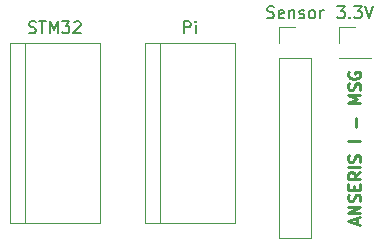
<source format=gbr>
%TF.GenerationSoftware,KiCad,Pcbnew,(5.1.6)-1*%
%TF.CreationDate,2020-08-25T13:52:19-04:00*%
%TF.ProjectId,PayloadPowerBoard,5061796c-6f61-4645-906f-776572426f61,rev?*%
%TF.SameCoordinates,Original*%
%TF.FileFunction,Legend,Top*%
%TF.FilePolarity,Positive*%
%FSLAX46Y46*%
G04 Gerber Fmt 4.6, Leading zero omitted, Abs format (unit mm)*
G04 Created by KiCad (PCBNEW (5.1.6)-1) date 2020-08-25 13:52:19*
%MOMM*%
%LPD*%
G01*
G04 APERTURE LIST*
%ADD10C,0.250000*%
%ADD11C,0.120000*%
%ADD12C,0.150000*%
G04 APERTURE END LIST*
D10*
X83986666Y-96622380D02*
X83986666Y-96146190D01*
X84272380Y-96717619D02*
X83272380Y-96384285D01*
X84272380Y-96050952D01*
X84272380Y-95717619D02*
X83272380Y-95717619D01*
X84272380Y-95146190D01*
X83272380Y-95146190D01*
X84224761Y-94717619D02*
X84272380Y-94574761D01*
X84272380Y-94336666D01*
X84224761Y-94241428D01*
X84177142Y-94193809D01*
X84081904Y-94146190D01*
X83986666Y-94146190D01*
X83891428Y-94193809D01*
X83843809Y-94241428D01*
X83796190Y-94336666D01*
X83748571Y-94527142D01*
X83700952Y-94622380D01*
X83653333Y-94670000D01*
X83558095Y-94717619D01*
X83462857Y-94717619D01*
X83367619Y-94670000D01*
X83320000Y-94622380D01*
X83272380Y-94527142D01*
X83272380Y-94289047D01*
X83320000Y-94146190D01*
X83748571Y-93717619D02*
X83748571Y-93384285D01*
X84272380Y-93241428D02*
X84272380Y-93717619D01*
X83272380Y-93717619D01*
X83272380Y-93241428D01*
X84272380Y-92241428D02*
X83796190Y-92574761D01*
X84272380Y-92812857D02*
X83272380Y-92812857D01*
X83272380Y-92431904D01*
X83320000Y-92336666D01*
X83367619Y-92289047D01*
X83462857Y-92241428D01*
X83605714Y-92241428D01*
X83700952Y-92289047D01*
X83748571Y-92336666D01*
X83796190Y-92431904D01*
X83796190Y-92812857D01*
X84272380Y-91812857D02*
X83272380Y-91812857D01*
X84224761Y-91384285D02*
X84272380Y-91241428D01*
X84272380Y-91003333D01*
X84224761Y-90908095D01*
X84177142Y-90860476D01*
X84081904Y-90812857D01*
X83986666Y-90812857D01*
X83891428Y-90860476D01*
X83843809Y-90908095D01*
X83796190Y-91003333D01*
X83748571Y-91193809D01*
X83700952Y-91289047D01*
X83653333Y-91336666D01*
X83558095Y-91384285D01*
X83462857Y-91384285D01*
X83367619Y-91336666D01*
X83320000Y-91289047D01*
X83272380Y-91193809D01*
X83272380Y-90955714D01*
X83320000Y-90812857D01*
X84272380Y-89622380D02*
X83272380Y-89622380D01*
X83891428Y-88384285D02*
X83891428Y-87622380D01*
X84272380Y-86384285D02*
X83272380Y-86384285D01*
X83986666Y-86050952D01*
X83272380Y-85717619D01*
X84272380Y-85717619D01*
X84224761Y-85289047D02*
X84272380Y-85146190D01*
X84272380Y-84908095D01*
X84224761Y-84812857D01*
X84177142Y-84765238D01*
X84081904Y-84717619D01*
X83986666Y-84717619D01*
X83891428Y-84765238D01*
X83843809Y-84812857D01*
X83796190Y-84908095D01*
X83748571Y-85098571D01*
X83700952Y-85193809D01*
X83653333Y-85241428D01*
X83558095Y-85289047D01*
X83462857Y-85289047D01*
X83367619Y-85241428D01*
X83320000Y-85193809D01*
X83272380Y-85098571D01*
X83272380Y-84860476D01*
X83320000Y-84717619D01*
X83320000Y-83765238D02*
X83272380Y-83860476D01*
X83272380Y-84003333D01*
X83320000Y-84146190D01*
X83415238Y-84241428D01*
X83510476Y-84289047D01*
X83700952Y-84336666D01*
X83843809Y-84336666D01*
X84034285Y-84289047D01*
X84129523Y-84241428D01*
X84224761Y-84146190D01*
X84272380Y-84003333D01*
X84272380Y-83908095D01*
X84224761Y-83765238D01*
X84177142Y-83717619D01*
X83843809Y-83717619D01*
X83843809Y-83908095D01*
D11*
%TO.C,Sensor*%
X77410000Y-79950000D02*
X78740000Y-79950000D01*
X77410000Y-81280000D02*
X77410000Y-79950000D01*
X77410000Y-82550000D02*
X80070000Y-82550000D01*
X80070000Y-82550000D02*
X80070000Y-97850000D01*
X77410000Y-82550000D02*
X77410000Y-97850000D01*
X77410000Y-97850000D02*
X80070000Y-97850000D01*
%TO.C,3.3V*%
X82490000Y-79950000D02*
X83820000Y-79950000D01*
X82490000Y-81280000D02*
X82490000Y-79950000D01*
X82490000Y-82550000D02*
X85150000Y-82550000D01*
X85150000Y-82550000D02*
X85150000Y-82610000D01*
X82490000Y-82550000D02*
X82490000Y-82610000D01*
X82490000Y-82610000D02*
X85150000Y-82610000D01*
%TO.C,STM32*%
X54610000Y-81280000D02*
X54610000Y-96520000D01*
X62230000Y-81280000D02*
X62230000Y-96520000D01*
X55880000Y-81280000D02*
X55880000Y-96520000D01*
X54610000Y-96520000D02*
X62230000Y-96520000D01*
X54610000Y-81280000D02*
X62230000Y-81280000D01*
%TO.C,Pi*%
X66040000Y-81280000D02*
X66040000Y-96520000D01*
X73660000Y-81280000D02*
X73660000Y-96520000D01*
X67310000Y-81280000D02*
X67310000Y-96520000D01*
X66040000Y-96520000D02*
X73660000Y-96520000D01*
X66040000Y-81280000D02*
X73660000Y-81280000D01*
%TO.C,Sensor*%
D12*
X76406666Y-79144761D02*
X76549523Y-79192380D01*
X76787619Y-79192380D01*
X76882857Y-79144761D01*
X76930476Y-79097142D01*
X76978095Y-79001904D01*
X76978095Y-78906666D01*
X76930476Y-78811428D01*
X76882857Y-78763809D01*
X76787619Y-78716190D01*
X76597142Y-78668571D01*
X76501904Y-78620952D01*
X76454285Y-78573333D01*
X76406666Y-78478095D01*
X76406666Y-78382857D01*
X76454285Y-78287619D01*
X76501904Y-78240000D01*
X76597142Y-78192380D01*
X76835238Y-78192380D01*
X76978095Y-78240000D01*
X77787619Y-79144761D02*
X77692380Y-79192380D01*
X77501904Y-79192380D01*
X77406666Y-79144761D01*
X77359047Y-79049523D01*
X77359047Y-78668571D01*
X77406666Y-78573333D01*
X77501904Y-78525714D01*
X77692380Y-78525714D01*
X77787619Y-78573333D01*
X77835238Y-78668571D01*
X77835238Y-78763809D01*
X77359047Y-78859047D01*
X78263809Y-78525714D02*
X78263809Y-79192380D01*
X78263809Y-78620952D02*
X78311428Y-78573333D01*
X78406666Y-78525714D01*
X78549523Y-78525714D01*
X78644761Y-78573333D01*
X78692380Y-78668571D01*
X78692380Y-79192380D01*
X79120952Y-79144761D02*
X79216190Y-79192380D01*
X79406666Y-79192380D01*
X79501904Y-79144761D01*
X79549523Y-79049523D01*
X79549523Y-79001904D01*
X79501904Y-78906666D01*
X79406666Y-78859047D01*
X79263809Y-78859047D01*
X79168571Y-78811428D01*
X79120952Y-78716190D01*
X79120952Y-78668571D01*
X79168571Y-78573333D01*
X79263809Y-78525714D01*
X79406666Y-78525714D01*
X79501904Y-78573333D01*
X80120952Y-79192380D02*
X80025714Y-79144761D01*
X79978095Y-79097142D01*
X79930476Y-79001904D01*
X79930476Y-78716190D01*
X79978095Y-78620952D01*
X80025714Y-78573333D01*
X80120952Y-78525714D01*
X80263809Y-78525714D01*
X80359047Y-78573333D01*
X80406666Y-78620952D01*
X80454285Y-78716190D01*
X80454285Y-79001904D01*
X80406666Y-79097142D01*
X80359047Y-79144761D01*
X80263809Y-79192380D01*
X80120952Y-79192380D01*
X80882857Y-79192380D02*
X80882857Y-78525714D01*
X80882857Y-78716190D02*
X80930476Y-78620952D01*
X80978095Y-78573333D01*
X81073333Y-78525714D01*
X81168571Y-78525714D01*
%TO.C,3.3V*%
X82343809Y-78192380D02*
X82962857Y-78192380D01*
X82629523Y-78573333D01*
X82772380Y-78573333D01*
X82867619Y-78620952D01*
X82915238Y-78668571D01*
X82962857Y-78763809D01*
X82962857Y-79001904D01*
X82915238Y-79097142D01*
X82867619Y-79144761D01*
X82772380Y-79192380D01*
X82486666Y-79192380D01*
X82391428Y-79144761D01*
X82343809Y-79097142D01*
X83391428Y-79097142D02*
X83439047Y-79144761D01*
X83391428Y-79192380D01*
X83343809Y-79144761D01*
X83391428Y-79097142D01*
X83391428Y-79192380D01*
X83772380Y-78192380D02*
X84391428Y-78192380D01*
X84058095Y-78573333D01*
X84200952Y-78573333D01*
X84296190Y-78620952D01*
X84343809Y-78668571D01*
X84391428Y-78763809D01*
X84391428Y-79001904D01*
X84343809Y-79097142D01*
X84296190Y-79144761D01*
X84200952Y-79192380D01*
X83915238Y-79192380D01*
X83820000Y-79144761D01*
X83772380Y-79097142D01*
X84677142Y-78192380D02*
X85010476Y-79192380D01*
X85343809Y-78192380D01*
%TO.C,STM32*%
X56229523Y-80414761D02*
X56372380Y-80462380D01*
X56610476Y-80462380D01*
X56705714Y-80414761D01*
X56753333Y-80367142D01*
X56800952Y-80271904D01*
X56800952Y-80176666D01*
X56753333Y-80081428D01*
X56705714Y-80033809D01*
X56610476Y-79986190D01*
X56420000Y-79938571D01*
X56324761Y-79890952D01*
X56277142Y-79843333D01*
X56229523Y-79748095D01*
X56229523Y-79652857D01*
X56277142Y-79557619D01*
X56324761Y-79510000D01*
X56420000Y-79462380D01*
X56658095Y-79462380D01*
X56800952Y-79510000D01*
X57086666Y-79462380D02*
X57658095Y-79462380D01*
X57372380Y-80462380D02*
X57372380Y-79462380D01*
X57991428Y-80462380D02*
X57991428Y-79462380D01*
X58324761Y-80176666D01*
X58658095Y-79462380D01*
X58658095Y-80462380D01*
X59039047Y-79462380D02*
X59658095Y-79462380D01*
X59324761Y-79843333D01*
X59467619Y-79843333D01*
X59562857Y-79890952D01*
X59610476Y-79938571D01*
X59658095Y-80033809D01*
X59658095Y-80271904D01*
X59610476Y-80367142D01*
X59562857Y-80414761D01*
X59467619Y-80462380D01*
X59181904Y-80462380D01*
X59086666Y-80414761D01*
X59039047Y-80367142D01*
X60039047Y-79557619D02*
X60086666Y-79510000D01*
X60181904Y-79462380D01*
X60420000Y-79462380D01*
X60515238Y-79510000D01*
X60562857Y-79557619D01*
X60610476Y-79652857D01*
X60610476Y-79748095D01*
X60562857Y-79890952D01*
X59991428Y-80462380D01*
X60610476Y-80462380D01*
%TO.C,Pi*%
X69350000Y-80462380D02*
X69350000Y-79462380D01*
X69730952Y-79462380D01*
X69826190Y-79510000D01*
X69873809Y-79557619D01*
X69921428Y-79652857D01*
X69921428Y-79795714D01*
X69873809Y-79890952D01*
X69826190Y-79938571D01*
X69730952Y-79986190D01*
X69350000Y-79986190D01*
X70350000Y-80462380D02*
X70350000Y-79795714D01*
X70350000Y-79462380D02*
X70302380Y-79510000D01*
X70350000Y-79557619D01*
X70397619Y-79510000D01*
X70350000Y-79462380D01*
X70350000Y-79557619D01*
%TD*%
M02*

</source>
